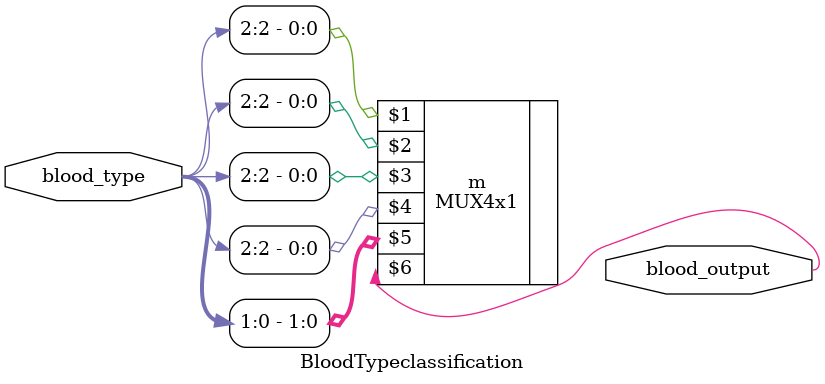
<source format=v>
`timescale 1ns / 1ps

module BloodTypeclassification(
	input [2:0]blood_type,
	output blood_output
    );
	 MUX4x1 m( blood_type[2] , blood_type[2] , blood_type[2] , blood_type[2] , blood_type[1:0] , blood_output);
	 // a , b , c , d , sel , y


endmodule

</source>
